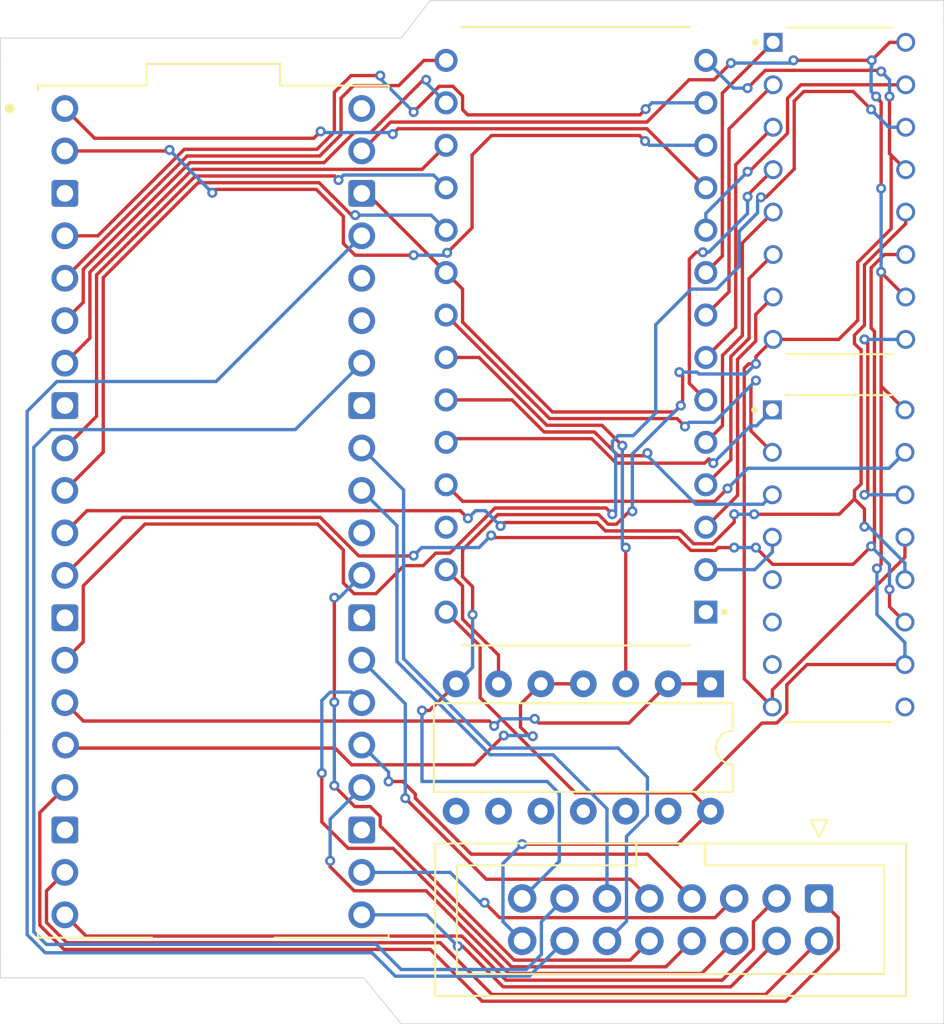
<source format=kicad_pcb>
(kicad_pcb (version 20240108) (generator "pcbnew") (generator_version "8.0")
  (layers (0 "F.Cu" signal) (31 "B.Cu" signal) (34 "B.Paste" user) (35 "F.Paste" user) (36 "B.SilkS" user "B.Silkscreen") (37 "F.SilkS" user "F.Silkscreen") (38 "B.Mask" user) (39 "F.Mask" user) (44 "Edge.Cuts" user))
  (net 0 "")
  (net 1 "Net-(A1-3V3_EN)")
  (net 2 "Net-(A1-GP5)")
  (net 4 "Net-(A1-GP3)")
  (net 5 "Net-(A1-GP4)")
  (net 8 "Net-(J1-Pin_15)")
  (net 9 "Net-(A1-GP0)")
  (net 10 "Net-(A1-GP7)")
  (net 11 "Net-(A1-GP18)")
  (net 12 "Net-(A1-GP15)")
  (net 14 "Net-(A1-GP13)")
  (net 17 "Net-(A1-GP21)")
  (net 18 "Net-(A1-GP19)")
  (net 20 "Net-(A1-GP28)")
  (net 21 "Net-(A1-GP14)")
  (net 22 "Net-(A1-GP6)")
  (net 23 "Net-(A1-GP9)")
  (net 24 "Net-(A1-GP20)")
  (net 26 "Net-(A1-GP10)")
  (net 27 "Net-(A1-GP8)")
  (net 28 "Net-(A1-GP22)")
  (net 31 "Net-(A1-GP1)")
  (net 32 "Net-(A1-GP26)")
  (net 33 "Net-(A1-GP17)")
  (net 34 "Net-(A1-GP2)")
  (net 35 "Net-(A1-GP16)")
  (net 36 "Net-(A1-GP27)")
  (net 38 "Net-(A1-GP12)")
  (net 39 "Net-(A1-GP11)")
  (net 40 "Net-(A1-VSYS)")
  (net 41 "Net-(U1-A2)")
  (net 42 "Net-(U1-A4)")
  (net 43 "Net-(U1-A3)")
  (net 44 "Net-(U1-A11)")
  (net 45 "Net-(U1-A6)")
  (net 46 "Net-(U1-A8)")
  (net 47 "Net-(U1-A12)")
  (net 48 "Net-(U1-A5)")
  (net 49 "Net-(U1-~{OE})")
  (net 50 "Net-(U1-A1)")
  (net 51 "Net-(U1-~{WE})")
  (net 52 "Net-(U1-A7)")
  (net 53 "Net-(U1-A0)")
  (net 54 "Net-(U1-A10)")
  (net 55 "Net-(U1-A9)")
  (net 56 "Net-(U3-QH')")
  (footprint "Package_DIP:DIP-14_W7.62mm" (layer "F.Cu") (at 153.282916 97.154934 -90)
    (property "Reference" "U2" (hide yes))
    (property "Value" "74HC00")
  )
  (footprint "Raspberry_Pi_Pico_W_SC0918:MODULE_SC0918" (layer "F.Cu") (at 123.5 86.85)
    (property "Reference" "A1" (hide yes))
    (property "Value" "SC0918")
  )
  (footprint "AT28C64B-15PU:DIP1555W45P254L3733H482Q28" (layer "F.Cu") (at 145.22125 76.35 180)
    (property "Reference" "U1" (hide yes))
    (property "Value" "AT28C64B-15PU")
  )
  (footprint "SN74HC595N:DIP794W45P254L1969H508Q16" (layer "F.Cu") (at 161 67.65)
    (property "Reference" "U3" (hide yes))
    (property "Value" "SN74HC595N")
  )
  (footprint "SN74HC595N:DIP794W45P254L1969H508Q16" (layer "F.Cu") (at 160.955 89.65)
    (property "Reference" "U4" (hide yes))
    (property "Value" "SN74HC595N")
  )
  (footprint "Connector_IDC:IDC-Header_2x08_P2.54mm_Vertical" (layer "F.Cu") (at 159.78 110 -90)
    (property "Reference" "J1" (hide yes))
    (property "Value" "Conn_02x08_Top_Bottom" (hide yes))
  )
  (gr_line (start 110.75 100) (end 110.75 59.75) (stroke (width 0.05)) (layer "Edge.Cuts"))
  (gr_line (start 167.25 97.5) (end 167.25 117.5) (stroke (width 0.05)) (layer "Edge.Cuts"))
  (gr_line (start 110.75 114.75) (end 110.75 113.5) (stroke (width 0.05)) (layer "Edge.Cuts"))
  (gr_line (start 112.5 114.75) (end 110.75 114.75) (stroke (width 0.05)) (layer "Edge.Cuts"))
  (gr_line (start 110.75 100) (end 110.75 113.5) (stroke (width 0.05)) (layer "Edge.Cuts"))
  (gr_line (start 134.5 58.5) (end 134.75 58.5) (stroke (width 0.05)) (layer "Edge.Cuts"))
  (gr_line (start 110.75 59.75) (end 110.75 58.5) (stroke (width 0.05)) (layer "Edge.Cuts"))
  (gr_line (start 112.5 58.5) (end 110.75 58.5) (stroke (width 0.05)) (layer "Edge.Cuts"))
  (gr_line (start 167.25 95) (end 167.25 57.5) (stroke (width 0.05)) (layer "Edge.Cuts"))
  (gr_line (start 112.5 114.75) (end 132.5 114.75) (stroke (width 0.05)) (layer "Edge.Cuts"))
  (gr_line (start 165 117.5) (end 167.25 117.5) (stroke (width 0.05)) (layer "Edge.Cuts"))
  (gr_line (start 167.25 97.5) (end 167.25 95) (stroke (width 0.05)) (layer "Edge.Cuts"))
  (gr_line (start 167.25 56.25) (end 167.25 57.5) (stroke (width 0.05)) (layer "Edge.Cuts"))
  (gr_line (start 134.75 58.5) (end 136.5 56.25) (stroke (width 0.05)) (layer "Edge.Cuts"))
  (gr_line (start 132.5 114.75) (end 134.75 117.5) (stroke (width 0.05)) (layer "Edge.Cuts"))
  (gr_line (start 112.5 58.5) (end 134.5 58.5) (stroke (width 0.05)) (layer "Edge.Cuts"))
  (gr_line (start 165 117.5) (end 136.25 117.5) (stroke (width 0.05)) (layer "Edge.Cuts"))
  (gr_line (start 136.5 56.25) (end 167.25 56.25) (stroke (width 0.05)) (layer "Edge.Cuts"))
  (gr_line (start 134.75 117.5) (end 136.25 117.5) (stroke (width 0.05)) (layer "Edge.Cuts"))
  (segment (start 134.4 114.65) (end 142.43 114.65) (width 0.2) (layer "B.Cu") (net 1))
  (segment (start 112.35 80.847352) (end 112.35 112.165685) (width 0.2) (layer "B.Cu") (net 1))
  (segment (start 133 113.25) (end 134.4 114.65) (width 0.2) (layer "B.Cu") (net 1))
  (segment (start 142.43 114.65) (end 144.54 112.54) (width 0.2) (layer "B.Cu") (net 1))
  (segment (start 123.67 79.06) (end 114.137352 79.06) (width 0.2) (layer "B.Cu") (net 1))
  (segment (start 112.35 112.165685) (end 113.434314 113.25) (width 0.2) (layer "B.Cu") (net 1))
  (segment (start 114.137352 79.06) (end 112.35 80.847352) (width 0.2) (layer "B.Cu") (net 1))
  (segment (start 113.434314 113.25) (end 133 113.25) (width 0.2) (layer "B.Cu") (net 1))
  (segment (start 123.67 79.06) (end 132.39 70.34) (width 0.2) (layer "B.Cu") (net 1))
  (segment (start 116.11 72.511372) (end 116.11 76.46) (width 0.2) (layer "F.Cu") (net 2))
  (segment (start 116.11 76.46) (end 114.61 77.96) (width 0.2) (layer "F.Cu") (net 2))
  (segment (start 122.261372 66.36) (end 116.11 72.511372) (width 0.2) (layer "F.Cu") (net 2))
  (segment (start 136.0025 66.36) (end 122.261372 66.36) (width 0.2) (layer "F.Cu") (net 2))
  (segment (start 137.4425 64.92) (end 136.0025 66.36) (width 0.2) (layer "F.Cu") (net 2))
  (segment (start 121.930001 65.56) (end 114.61 72.88) (width 0.2) (layer "F.Cu") (net 4))
  (segment (start 131.15 62.1) (end 131.15 64.284312) (width 0.2) (layer "F.Cu") (net 4))
  (segment (start 129.874314 65.56) (end 121.930001 65.56) (width 0.2) (layer "F.Cu") (net 4))
  (segment (start 136.114208 59.84) (end 134.604208 61.35) (width 0.2) (layer "F.Cu") (net 4))
  (segment (start 134.604208 61.35) (end 131.9 61.35) (width 0.2) (layer "F.Cu") (net 4))
  (segment (start 131.9 61.35) (end 131.15 62.1) (width 0.2) (layer "F.Cu") (net 4))
  (segment (start 137.4425 59.84) (end 136.114208 59.84) (width 0.2) (layer "F.Cu") (net 4))
  (segment (start 131.15 64.284312) (end 129.874314 65.56) (width 0.2) (layer "F.Cu") (net 4))
  (segment (start 136.25 61) (end 136.084314 61) (width 0.2) (layer "F.Cu") (net 5))
  (segment (start 136.084314 61) (end 132.924314 64.16) (width 0.2) (layer "F.Cu") (net 5))
  (segment (start 115.71 72.345686) (end 115.71 74.32) (width 0.2) (layer "F.Cu") (net 5))
  (segment (start 122.095687 65.96) (end 115.71 72.345686) (width 0.2) (layer "F.Cu") (net 5))
  (segment (start 131.934365 64.16) (end 130.134365 65.96) (width 0.2) (layer "F.Cu") (net 5))
  (segment (start 130.134365 65.96) (end 122.095687 65.96) (width 0.2) (layer "F.Cu") (net 5))
  (segment (start 132.924314 64.16) (end 131.934365 64.16) (width 0.2) (layer "F.Cu") (net 5))
  (segment (start 115.71 74.32) (end 114.61 75.42) (width 0.2) (layer "F.Cu") (net 5))
  (via (at 136.25 61) (size 0.6) (drill 0.3) (layers "F.Cu" "B.Cu") (net 5))
  (segment (start 136.25 61.1875) (end 137.4425 62.38) (width 0.2) (layer "B.Cu") (net 5))
  (segment (start 136.25 61) (end 136.25 61.1875) (width 0.2) (layer "B.Cu") (net 5))
  (segment (start 148.419529 86.829) (end 148.6 86.829) (width 0.2) (layer "F.Cu") (net 8))
  (segment (start 155.57 78) (end 155.3 78.27) (width 0.2) (layer "F.Cu") (net 8))
  (segment (start 138.424672 90.736486) (end 138.4315 90.729658) (width 0.2) (layer "F.Cu") (net 8))
  (segment (start 155.3 96.855) (end 156.985 98.54) (width 0.2) (layer "F.Cu") (net 8))
  (segment (start 146.580471 87.029) (end 147.151471 87.6) (width 0.2) (layer "F.Cu") (net 8))
  (segment (start 151.611 78.7) (end 151.611 80.389) (width 0.2) (layer "F.Cu") (net 8))
  (segment (start 147.151471 87.6) (end 147.648529 87.6) (width 0.2) (layer "F.Cu") (net 8))
  (segment (start 151.120529 80.879471) (end 143.807657 80.879471) (width 0.2) (layer "F.Cu") (net 8))
  (segment (start 156.565 60.435) (end 155.5 61.5) (width 0.2) (layer "F.Cu") (net 8))
  (segment (start 138.4315 73.529) (end 137.4425 72.54) (width 0.2) (layer "F.Cu") (net 8))
  (segment (start 136.44785 98.75) (end 138.042916 97.154934) (width 0.2) (layer "F.Cu") (net 8))
  (segment (start 138.4315 75.489658) (end 138.4315 73.529) (width 0.2) (layer "F.Cu") (net 8))
  (segment (start 132.7025 67.8) (end 137.4425 72.54) (width 0.2) (layer "F.Cu") (net 8))
  (segment (start 164 65.41) (end 164.1 65.51) (width 0.2) (layer "F.Cu") (net 8))
  (segment (start 164.925 89.575) (end 164.925 88.38) (width 0.2) (layer "F.Cu") (net 8))
  (segment (start 139.0315 93.016048) (end 139.0315 91.343314) (width 0.2) (layer "F.Cu") (net 8))
  (segment (start 138.424672 75.496486) (end 138.4315 75.489658) (width 0.2) (layer "F.Cu") (net 8))
  (segment (start 140.536686 87.029) (end 146.580471 87.029) (width 0.2) (layer "F.Cu") (net 8))
  (segment (start 139.0315 91.343314) (end 138.424672 90.736486) (width 0.2) (layer "F.Cu") (net 8))
  (segment (start 156 78) (end 155.57 78) (width 0.2) (layer "F.Cu") (net 8))
  (segment (start 151.611 80.389) (end 151.5 80.5) (width 0.2) (layer "F.Cu") (net 8))
  (segment (start 164.1 69.920099) (end 162.1 71.920099) (width 0.2) (layer "F.Cu") (net 8))
  (segment (start 132.39 67.8) (end 132.7025 67.8) (width 0.2) (layer "F.Cu") (net 8))
  (segment (start 155.3 78.27) (end 155.3 96.855) (width 0.2) (layer "F.Cu") (net 8))
  (segment (start 151.411 78.5) (end 151.611 78.7) (width 0.2) (layer "F.Cu") (net 8))
  (segment (start 147.648529 87.6) (end 148.419529 86.829) (width 0.2) (layer "F.Cu") (net 8))
  (segment (start 143.807657 80.879471) (end 138.424672 75.496486) (width 0.2) (layer "F.Cu") (net 8))
  (segment (start 162.1 71.920099) (end 162.1 75.4) (width 0.2) (layer "F.Cu") (net 8))
  (segment (start 138.4315 89.134186) (end 140.536686 87.029) (width 0.2) (layer "F.Cu") (net 8))
  (segment (start 164 65.41) (end 164 62) (width 0.2) (layer "F.Cu") (net 8))
  (segment (start 162.1 75.4) (end 160.96 76.54) (width 0.2) (layer "F.Cu") (net 8))
  (segment (start 156.985 97.515) (end 164.925 89.575) (width 0.2) (layer "F.Cu") (net 8))
  (segment (start 156 77.57) (end 156 78) (width 0.2) (layer "F.Cu") (net 8))
  (segment (start 163.5 60.5) (end 163.435 60.435) (width 0.2) (layer "F.Cu") (net 8))
  (segment (start 136 98.75) (end 136.44785 98.75) (width 0.2) (layer "F.Cu") (net 8))
  (segment (start 138.4315 90.729658) (end 138.4315 89.134186) (width 0.2) (layer "F.Cu") (net 8))
  (segment (start 164.97 66.38) (end 164 65.41) (width 0.2) (layer "F.Cu") (net 8))
  (segment (start 151.5 80.5) (end 151.120529 80.879471) (width 0.2) (layer "F.Cu") (net 8))
  (segment (start 156.985 98.54) (end 156.985 97.515) (width 0.2) (layer "F.Cu") (net 8))
  (segment (start 164.1 65.51) (end 164.1 69.920099) (width 0.2) (layer "F.Cu") (net 8))
  (segment (start 157.03 76.54) (end 156 77.57) (width 0.2) (layer "F.Cu") (net 8))
  (segment (start 157.46 76.54) (end 157.03 76.54) (width 0.2) (layer "F.Cu") (net 8))
  (segment (start 163.435 60.435) (end 156.565 60.435) (width 0.2) (layer "F.Cu") (net 8))
  (segment (start 160.96 76.54) (end 157.03 76.54) (width 0.2) (layer "F.Cu") (net 8))
  (via (at 164 62) (size 0.6) (drill 0.3) (layers "F.Cu" "B.Cu") (net 8))
  (via (at 148.6 86.829) (size 0.6) (drill 0.3) (layers "F.Cu" "B.Cu") (net 8))
  (via (at 156 78) (size 0.6) (drill 0.3) (layers "F.Cu" "B.Cu") (net 8))
  (via (at 155.5 61.5) (size 0.6) (drill 0.3) (layers "F.Cu" "B.Cu") (net 8))
  (via (at 139.0315 93.016048) (size 0.6) (drill 0.3) (layers "F.Cu" "B.Cu") (net 8))
  (via (at 151.411 78.5) (size 0.6) (drill 0.3) (layers "F.Cu" "B.Cu") (net 8))
  (via (at 151.5 80.5) (size 0.6) (drill 0.3) (layers "F.Cu" "B.Cu") (net 8))
  (via (at 163.5 60.5) (size 0.6) (drill 0.3) (layers "F.Cu" "B.Cu") (net 8))
  (via (at 136 98.75) (size 0.6) (drill 0.3) (layers "F.Cu" "B.Cu") (net 8))
  (segment (start 154.66 61.5) (end 155.5 61.5) (width 0.2) (layer "B.Cu") (net 8))
  (segment (start 136 98.75) (end 136 103) (width 0.2) (layer "B.Cu") (net 8))
  (segment (start 148.6 83.397206) (end 151.497206 80.5) (width 0.2) (layer "B.Cu") (net 8))
  (segment (start 139.0315 93.016048) (end 139.0315 96.16635) (width 0.2) (layer "B.Cu") (net 8))
  (segment (start 139.0315 96.16635) (end 138.042916 97.154934) (width 0.2) (layer "B.Cu") (net 8))
  (segment (start 152.481342 78.5) (end 152.590342 78.609) (width 0.2) (layer "B.Cu") (net 8))
  (segment (start 144.222916 103.722916) (end 144.222916 107.777084) (width 0.2) (layer "B.Cu") (net 8))
  (segment (start 136 103) (end 143.5 103) (width 0.2) (layer "B.Cu") (net 8))
  (segment (start 151.497206 80.5) (end 151.5 80.5) (width 0.2) (layer "B.Cu") (net 8))
  (segment (start 152.590342 78.609) (end 155.391 78.609) (width 0.2) (layer "B.Cu") (net 8))
  (segment (start 164 62) (end 164 61) (width 0.2) (layer "B.Cu") (net 8))
  (segment (start 155.391 78.609) (end 156 78) (width 0.2) (layer "B.Cu") (net 8))
  (segment (start 143.5 103) (end 144.222916 103.722916) (width 0.2) (layer "B.Cu") (net 8))
  (segment (start 148.6 86.829) (end 148.6 83.397206) (width 0.2) (layer "B.Cu") (net 8))
  (segment (start 164 61) (end 163.5 60.5) (width 0.2) (layer "B.Cu") (net 8))
  (segment (start 144.222916 107.777084) (end 142 110) (width 0.2) (layer "B.Cu") (net 8))
  (segment (start 153 59.84) (end 154.66 61.5) (width 0.2) (layer "B.Cu") (net 8))
  (segment (start 151.411 78.5) (end 152.481342 78.5) (width 0.2) (layer "B.Cu") (net 8))
  (segment (start 149.471 63.931) (end 153 67.46) (width 0.2) (layer "F.Cu") (net 9))
  (segment (start 134.249265 64.249265) (end 134.56753 63.931) (width 0.2) (layer "F.Cu") (net 9))
  (segment (start 134.56753 63.931) (end 149.471 63.931) (width 0.2) (layer "F.Cu") (net 9))
  (segment (start 116.39 64.5) (end 114.61 62.72) (width 0.2) (layer "F.Cu") (net 9))
  (segment (start 129.520098 64.5) (end 116.39 64.5) (width 0.2) (layer "F.Cu") (net 9))
  (segment (start 129.930049 64.090049) (end 129.520098 64.5) (width 0.2) (layer "F.Cu") (net 9))
  (via (at 129.930049 64.090049) (size 0.6) (drill 0.3) (layers "F.Cu" "B.Cu") (net 9))
  (via (at 134.249265 64.249265) (size 0.6) (drill 0.3) (layers "F.Cu" "B.Cu") (net 9))
  (segment (start 130 64.16) (end 134.16 64.16) (width 0.2) (layer "B.Cu") (net 9))
  (segment (start 134.16 64.16) (end 134.249265 64.249265) (width 0.2) (layer "B.Cu") (net 9))
  (segment (start 129.930049 64.090049) (end 130 64.16) (width 0.2) (layer "B.Cu") (net 9))
  (segment (start 116.91 83.28) (end 114.61 85.58) (width 0.2) (layer "F.Cu") (net 10))
  (segment (start 132 69.1) (end 131.777352 69.1) (width 0.2) (layer "F.Cu") (net 10))
  (segment (start 131.777352 69.1) (end 129.837352 67.16) (width 0.2) (layer "F.Cu") (net 10))
  (segment (start 129.837352 67.16) (end 122.592744 67.16) (width 0.2) (layer "F.Cu") (net 10))
  (segment (start 116.91 72.842744) (end 116.91 83.28) (width 0.2) (layer "F.Cu") (net 10))
  (segment (start 122.592744 67.16) (end 116.91 72.842744) (width 0.2) (layer "F.Cu") (net 10))
  (via (at 132 69.1) (size 0.6) (drill 0.3) (layers "F.Cu" "B.Cu") (net 10))
  (segment (start 136.5425 69.1) (end 137.4425 70) (width 0.2) (layer "B.Cu") (net 10))
  (segment (start 132 69.1) (end 136.5425 69.1) (width 0.2) (layer "B.Cu") (net 10))
  (segment (start 141.192282 114.49) (end 136.242282 109.54) (width 0.2) (layer "F.Cu") (net 11))
  (segment (start 136.242282 109.54) (end 131.934365 109.54) (width 0.2) (layer "F.Cu") (net 11))
  (segment (start 131.934365 109.54) (end 130.5 108.105635) (width 0.2) (layer "F.Cu") (net 11))
  (segment (start 130.5 108.105635) (end 130.5 107.75) (width 0.2) (layer "F.Cu") (net 11))
  (segment (start 152.75 114.49) (end 141.192282 114.49) (width 0.2) (layer "F.Cu") (net 11))
  (segment (start 154.7 112.54) (end 152.75 114.49) (width 0.2) (layer "F.Cu") (net 11))
  (via (at 130.5 107.75) (size 0.6) (drill 0.3) (layers "F.Cu" "B.Cu") (net 11))
  (segment (start 130.5 105.25) (end 132.39 103.36) (width 0.2) (layer "B.Cu") (net 11))
  (segment (start 130.5 107.75) (end 130.5 105.25) (width 0.2) (layer "B.Cu") (net 11))
  (segment (start 155.85 113.016346) (end 153.976346 114.89) (width 0.2) (layer "F.Cu") (net 12))
  (segment (start 155.85 111.39) (end 155.85 113.016346) (width 0.2) (layer "F.Cu") (net 12))
  (segment (start 115.88 112.25) (end 114.61 110.98) (width 0.2) (layer "F.Cu") (net 12))
  (segment (start 153.976346 114.89) (end 141.026596 114.89) (width 0.2) (layer "F.Cu") (net 12))
  (segment (start 157.24 110) (end 155.85 111.39) (width 0.2) (layer "F.Cu") (net 12))
  (segment (start 141.026596 114.89) (end 138.386596 112.25) (width 0.2) (layer "F.Cu") (net 12))
  (segment (start 138.386596 112.25) (end 115.88 112.25) (width 0.2) (layer "F.Cu") (net 12))
  (segment (start 157.796346 116.15) (end 139.6 116.15) (width 0.2) (layer "F.Cu") (net 14))
  (segment (start 114.558679 113.05) (end 113.11 111.60132) (width 0.2) (layer "F.Cu") (net 14))
  (segment (start 160.93 111.15) (end 160.93 113.016346) (width 0.2) (layer "F.Cu") (net 14))
  (segment (start 136.5 113.05) (end 114.558679 113.05) (width 0.2) (layer "F.Cu") (net 14))
  (segment (start 113.11 104.86) (end 114.61 103.36) (width 0.2) (layer "F.Cu") (net 14))
  (segment (start 159.78 110) (end 160.93 111.15) (width 0.2) (layer "F.Cu") (net 14))
  (segment (start 113.11 111.60132) (end 113.11 104.86) (width 0.2) (layer "F.Cu") (net 14))
  (segment (start 139.6 116.15) (end 136.5 113.05) (width 0.2) (layer "F.Cu") (net 14))
  (segment (start 160.93 113.016346) (end 157.796346 116.15) (width 0.2) (layer "F.Cu") (net 14))
  (segment (start 148.47 108.85) (end 139.85 108.85) (width 0.2) (layer "F.Cu") (net 17))
  (segment (start 149.62 110) (end 148.47 108.85) (width 0.2) (layer "F.Cu") (net 17))
  (segment (start 139.85 108.85) (end 135 104) (width 0.2) (layer "F.Cu") (net 17))
  (via (at 135 104) (size 0.6) (drill 0.3) (layers "F.Cu" "B.Cu") (net 17))
  (segment (start 135 104) (end 135 98.35) (width 0.2) (layer "B.Cu") (net 17))
  (segment (start 135 98.35) (end 132.39 95.74) (width 0.2) (layer "B.Cu") (net 17))
  (segment (start 135.6 104) (end 135.6 103.751471) (width 0.2) (layer "F.Cu") (net 18))
  (segment (start 152.16 110) (end 149.51 107.35) (width 0.2) (layer "F.Cu") (net 18))
  (segment (start 134.848529 103) (end 134 103) (width 0.2) (layer "F.Cu") (net 18))
  (segment (start 149.51 107.35) (end 138.95 107.35) (width 0.2) (layer "F.Cu") (net 18))
  (segment (start 138.95 107.35) (end 135.6 104) (width 0.2) (layer "F.Cu") (net 18))
  (segment (start 135.6 103.751471) (end 134.848529 103) (width 0.2) (layer "F.Cu") (net 18))
  (via (at 134 103) (size 0.6) (drill 0.3) (layers "F.Cu" "B.Cu") (net 18))
  (segment (start 134 103) (end 134 102.43) (width 0.2) (layer "B.Cu") (net 18))
  (segment (start 134 102.43) (end 132.39 100.82) (width 0.2) (layer "B.Cu") (net 18))
  (segment (start 144.54 110) (end 143.15 111.39) (width 0.2) (layer "B.Cu") (net 20))
  (segment (start 133.25 112.75) (end 113.5 112.75) (width 0.2) (layer "B.Cu") (net 20))
  (segment (start 113.81 81.94) (end 128.41 81.94) (width 0.2) (layer "B.Cu") (net 20))
  (segment (start 143.15 113.35) (end 142.25 114.25) (width 0.2) (layer "B.Cu") (net 20))
  (segment (start 113.5 112.75) (end 112.75 112) (width 0.2) (layer "B.Cu") (net 20))
  (segment (start 128.41 81.94) (end 132.39 77.96) (width 0.2) (layer "B.Cu") (net 20))
  (segment (start 112.75 112) (end 112.75 83) (width 0.2) (layer "B.Cu") (net 20))
  (segment (start 112.75 83) (end 113.81 81.94) (width 0.2) (layer "B.Cu") (net 20))
  (segment (start 134.75 114.25) (end 133.25 112.75) (width 0.2) (layer "B.Cu") (net 20))
  (segment (start 143.15 111.39) (end 143.15 113.35) (width 0.2) (layer "B.Cu") (net 20))
  (segment (start 142.25 114.25) (end 134.75 114.25) (width 0.2) (layer "B.Cu") (net 20))
  (segment (start 156.57 115.75) (end 140.189537 115.75) (width 0.2) (layer "F.Cu") (net 21))
  (segment (start 137.089537 112.65) (end 114.724365 112.65) (width 0.2) (layer "F.Cu") (net 21))
  (segment (start 113.51 109.54) (end 114.61 108.44) (width 0.2) (layer "F.Cu") (net 21))
  (segment (start 114.724365 112.65) (end 113.51 111.435635) (width 0.2) (layer "F.Cu") (net 21))
  (segment (start 140.189537 115.75) (end 137.089537 112.65) (width 0.2) (layer "F.Cu") (net 21))
  (segment (start 113.51 111.435635) (end 113.51 109.54) (width 0.2) (layer "F.Cu") (net 21))
  (segment (start 159.78 112.54) (end 156.57 115.75) (width 0.2) (layer "F.Cu") (net 21))
  (segment (start 116.51 72.677058) (end 116.51 81.14) (width 0.2) (layer "F.Cu") (net 22))
  (segment (start 130.76 66.76) (end 122.427058 66.76) (width 0.2) (layer "F.Cu") (net 22))
  (segment (start 131 67) (end 130.76 66.76) (width 0.2) (layer "F.Cu") (net 22))
  (segment (start 116.51 81.14) (end 114.61 83.04) (width 0.2) (layer "F.Cu") (net 22))
  (segment (start 122.427058 66.76) (end 116.51 72.677058) (width 0.2) (layer "F.Cu") (net 22))
  (via (at 131 67) (size 0.6) (drill 0.3) (layers "F.Cu" "B.Cu") (net 22))
  (segment (start 136.6825 66.7) (end 137.4425 67.46) (width 0.2) (layer "B.Cu") (net 22))
  (segment (start 131 67) (end 131.3 66.7) (width 0.2) (layer "B.Cu") (net 22))
  (segment (start 131.3 66.7) (end 136.6825 66.7) (width 0.2) (layer "B.Cu") (net 22))
  (segment (start 152.103315 89.169) (end 153.575343 89.169) (width 0.2) (layer "F.Cu") (net 23))
  (segment (start 163.1 88.724265) (end 163.1 76.057156) (width 0.2) (layer "F.Cu") (net 23))
  (segment (start 153.744344 89) (end 154.7 89) (width 0.2) (layer "F.Cu") (net 23))
  (segment (start 151.334314 88.4) (end 152.103315 89.169) (width 0.2) (layer "F.Cu") (net 23))
  (segment (start 129.905365 87.191) (end 118.079 87.191) (width 0.2) (layer "F.Cu") (net 23))
  (segment (start 153.575343 89.169) (end 153.744344 89) (width 0.2) (layer "F.Cu") (net 23))
  (segment (start 156 89) (end 157 90) (width 0.2) (layer "F.Cu") (net 23))
  (segment (start 135.480873 89.5) (end 132.214365 89.5) (width 0.2) (layer "F.Cu") (net 23))
  (segment (start 164 91.5) (end 164 92.535) (width 0.2) (layer "F.Cu") (net 23))
  (segment (start 135.5 89.480873) (end 135.480873 89.5) (width 0.2) (layer "F.Cu") (net 23))
  (segment (start 163.1 76.057156) (end 162.9 75.857156) (width 0.2) (layer "F.Cu") (net 23))
  (segment (start 163.691471 71.46) (end 164.97 71.46) (width 0.2) (layer "F.Cu") (net 23))
  (segment (start 164 92.535) (end 164.925 93.46) (width 0.2) (layer "F.Cu") (net 23))
  (segment (start 140.268626 88.4) (end 151.334314 88.4) (width 0.2) (layer "F.Cu") (net 23))
  (segment (start 118.079 87.191) (end 114.61 90.66) (width 0.2) (layer "F.Cu") (net 23))
  (segment (start 162.9 75.857156) (end 162.9 72.251471) (width 0.2) (layer "F.Cu") (net 23))
  (segment (start 162.9 72.251471) (end 163.691471 71.46) (width 0.2) (layer "F.Cu") (net 23))
  (segment (start 161.824265 90) (end 162.9 88.924265) (width 0.2) (layer "F.Cu") (net 23))
  (segment (start 132.214365 89.5) (end 129.905365 87.191) (width 0.2) (layer "F.Cu") (net 23))
  (segment (start 157 90) (end 161.824265 90) (width 0.2) (layer "F.Cu") (net 23))
  (segment (start 140.141421 88.272795) (end 140.268626 88.4) (width 0.2) (layer "F.Cu") (net 23))
  (segment (start 162.9 88.924265) (end 163.1 88.724265) (width 0.2) (layer "F.Cu") (net 23))
  (via (at 162.9 88.924265) (size 0.6) (drill 0.3) (layers "F.Cu" "B.Cu") (net 23))
  (via (at 135.5 89.480873) (size 0.6) (drill 0.3) (layers "F.Cu" "B.Cu") (net 23))
  (via (at 154.7 89) (size 0.6) (drill 0.3) (layers "F.Cu" "B.Cu") (net 23))
  (via (at 156 89) (size 0.6) (drill 0.3) (layers "F.Cu" "B.Cu") (net 23))
  (via (at 140.141421 88.272795) (size 0.6) (drill 0.3) (layers "F.Cu" "B.Cu") (net 23))
  (via (at 164 91.5) (size 0.6) (drill 0.3) (layers "F.Cu" "B.Cu") (net 23))
  (segment (start 135.5 89.480873) (end 135.980873 89) (width 0.2) (layer "B.Cu") (net 23))
  (segment (start 164 90.024265) (end 162.9 88.924265) (width 0.2) (layer "B.Cu") (net 23))
  (segment (start 135.980873 89) (end 139.414216 89) (width 0.2) (layer "B.Cu") (net 23))
  (segment (start 156 89) (end 154.7 89) (width 0.2) (layer "B.Cu") (net 23))
  (segment (start 164 91.5) (end 164 90.024265) (width 0.2) (layer "B.Cu") (net 23))
  (segment (start 139.414216 89) (end 140.141421 88.272795) (width 0.2) (layer "B.Cu") (net 23))
  (segment (start 150.61 114.09) (end 141.357968 114.09) (width 0.2) (layer "F.Cu") (net 24))
  (segment (start 130 105.422648) (end 130 102.5) (width 0.2) (layer "F.Cu") (net 24))
  (segment (start 152.16 112.54) (end 150.61 114.09) (width 0.2) (layer "F.Cu") (net 24))
  (segment (start 141.357968 114.09) (end 134.267968 107) (width 0.2) (layer "F.Cu") (net 24))
  (segment (start 134.267968 107) (end 131.577352 107) (width 0.2) (layer "F.Cu") (net 24))
  (segment (start 131.577352 107) (end 130 105.422648) (width 0.2) (layer "F.Cu") (net 24))
  (via (at 130 102.5) (size 0.6) (drill 0.3) (layers "F.Cu" "B.Cu") (net 24))
  (segment (start 130 102.5) (end 130 98.151471) (width 0.2) (layer "B.Cu") (net 24))
  (segment (start 131.76 97.65) (end 132.39 98.28) (width 0.2) (layer "B.Cu") (net 24))
  (segment (start 130 98.151471) (end 130.501471 97.65) (width 0.2) (layer "B.Cu") (net 24))
  (segment (start 130.501471 97.65) (end 131.76 97.65) (width 0.2) (layer "B.Cu") (net 24))
  (segment (start 161.825565 61.7) (end 158.865686 61.7) (width 0.2) (layer "F.Cu") (net 26))
  (segment (start 147.029 86.629) (end 140.371 86.629) (width 0.2) (layer "F.Cu") (net 26))
  (segment (start 134.919127 90.080873) (end 133.24 91.76) (width 0.2) (layer "F.Cu") (net 26))
  (segment (start 131.29 91.115635) (end 131.29 89.141321) (width 0.2) (layer "F.Cu") (net 26))
  (segment (start 133.24 91.76) (end 131.934365 91.76) (width 0.2) (layer "F.Cu") (net 26))
  (segment (start 156.601219 68.032076) (end 156.29936 68.032076) (width 0.2) (layer "F.Cu") (net 26))
  (segment (start 158.295 62.270686) (end 158.295 66.338295) (width 0.2) (layer "F.Cu") (net 26))
  (segment (start 140.371 86.629) (end 137.669 89.331) (width 0.2) (layer "F.Cu") (net 26))
  (segment (start 137.669 89.331) (end 136.824138 89.331) (width 0.2) (layer "F.Cu") (net 26))
  (segment (start 136.824138 89.331) (end 136.074265 90.080873) (width 0.2) (layer "F.Cu") (net 26))
  (segment (start 115.71 94.64) (end 114.61 95.74) (width 0.2) (layer "F.Cu") (net 26))
  (segment (start 136.074265 90.080873) (end 134.919127 90.080873) (width 0.2) (layer "F.Cu") (net 26))
  (segment (start 129.739679 87.591) (end 119.409 87.591) (width 0.2) (layer "F.Cu") (net 26))
  (segment (start 162.9 62.774435) (end 161.825565 61.7) (width 0.2) (layer "F.Cu") (net 26))
  (segment (start 115.71 91.29) (end 115.71 94.64) (width 0.2) (layer "F.Cu") (net 26))
  (segment (start 119.409 87.591) (end 115.71 91.29) (width 0.2) (layer "F.Cu") (net 26))
  (segment (start 158.295 66.338295) (end 156.601219 68.032076) (width 0.2) (layer "F.Cu") (net 26))
  (segment (start 147.4 87) (end 147.029 86.629) (width 0.2) (layer "F.Cu") (net 26))
  (segment (start 158.865686 61.7) (end 158.295 62.270686) (width 0.2) (layer "F.Cu") (net 26))
  (segment (start 131.29 89.141321) (end 129.739679 87.591) (width 0.2) (layer "F.Cu") (net 26))
  (segment (start 131.934365 91.76) (end 131.29 91.115635) (width 0.2) (layer "F.Cu") (net 26))
  (via (at 156.29936 68.032076) (size 0.6) (drill 0.3) (layers "F.Cu" "B.Cu") (net 26))
  (via (at 147.4 87) (size 0.6) (drill 0.3) (layers "F.Cu" "B.Cu") (net 26))
  (via (at 162.9 62.774435) (size 0.6) (drill 0.3) (layers "F.Cu" "B.Cu") (net 26))
  (segment (start 153.644295 73.529) (end 155 72.173295) (width 0.2) (layer "B.Cu") (net 26))
  (segment (start 156.1 68.965686) (end 156.1 68.231436) (width 0.2) (layer "B.Cu") (net 26))
  (segment (start 148.648529 82.3) (end 150 80.948529) (width 0.2) (layer "B.Cu") (net 26))
  (segment (start 147.6 83.348529) (end 147.4 83.148529) (width 0.2) (layer "B.Cu") (net 26))
  (segment (start 163.965565 63.84) (end 164.97 63.84) (width 0.2) (layer "B.Cu") (net 26))
  (segment (start 147.4 82.651471) (end 147.751471 82.3) (width 0.2) (layer "B.Cu") (net 26))
  (segment (start 147.4 83.148529) (end 147.4 82.651471) (width 0.2) (layer "B.Cu") (net 26))
  (segment (start 155 72.173295) (end 155 70.065686) (width 0.2) (layer "B.Cu") (net 26))
  (segment (start 155 70.065686) (end 156.1 68.965686) (width 0.2) (layer "B.Cu") (net 26))
  (segment (start 147.4 87) (end 147.6 86.8) (width 0.2) (layer "B.Cu") (net 26))
  (segment (start 150 75.651471) (end 152.122471 73.529) (width 0.2) (layer "B.Cu") (net 26))
  (segment (start 150 80.948529) (end 150 75.651471) (width 0.2) (layer "B.Cu") (net 26))
  (segment (start 147.751471 82.3) (end 148.648529 82.3) (width 0.2) (layer "B.Cu") (net 26))
  (segment (start 147.6 86.8) (end 147.6 83.348529) (width 0.2) (layer "B.Cu") (net 26))
  (segment (start 162.9 62.774435) (end 163.965565 63.84) (width 0.2) (layer "B.Cu") (net 26))
  (segment (start 152.122471 73.529) (end 153.644295 73.529) (width 0.2) (layer "B.Cu") (net 26))
  (segment (start 156.1 68.231436) (end 156.29936 68.032076) (width 0.2) (layer "B.Cu") (net 26))
  (segment (start 140.707108 87.707108) (end 140.914216 87.5) (width 0.2) (layer "F.Cu") (net 27))
  (segment (start 160.983529 87.005) (end 161.9 86.088529) (width 0.2) (layer "F.Cu") (net 27))
  (segment (start 140.914216 87.5) (end 146.485785 87.5) (width 0.2) (layer "F.Cu") (net 27))
  (segment (start 162.5 87.75) (end 162.5 86.688529) (width 0.2) (layer "F.Cu") (net 27))
  (segment (start 162.5 86.688529) (end 161.9 86.088529) (width 0.2) (layer "F.Cu") (net 27))
  (segment (start 162.251471 77.14) (end 161.9 76.788529) (width 0.2) (layer "F.Cu") (net 27))
  (segment (start 161.9 76.291471) (end 162.5 75.691471) (width 0.2) (layer "F.Cu") (net 27))
  (segment (start 162.3 85.191471) (end 162.3 77.14) (width 0.2) (layer "F.Cu") (net 27))
  (segment (start 162.5 72.085785) (end 164.97 69.615785) (width 0.2) (layer "F.Cu") (net 27))
  (segment (start 115.939 86.791) (end 114.61 88.12) (width 0.2) (layer "F.Cu") (net 27))
  (segment (start 151.5 88) (end 152.269 88.769) (width 0.2) (layer "F.Cu") (net 27))
  (segment (start 162.3 77.14) (end 162.251471 77.14) (width 0.2) (layer "F.Cu") (net 27))
  (segment (start 155.9 87.005) (end 160.983529 87.005) (width 0.2) (layer "F.Cu") (net 27))
  (segment (start 152.269 88.769) (end 153.409658 88.769) (width 0.2) (layer "F.Cu") (net 27))
  (segment (start 161.9 86.088529) (end 161.9 85.591471) (width 0.2) (layer "F.Cu") (net 27))
  (segment (start 146.985786 88) (end 151.5 88) (width 0.2) (layer "F.Cu") (net 27))
  (segment (start 161.9 85.591471) (end 162.3 85.191471) (width 0.2) (layer "F.Cu") (net 27))
  (segment (start 138.75 87.25) (end 138.291 86.791) (width 0.2) (layer "F.Cu") (net 27))
  (segment (start 138.291 86.791) (end 115.939 86.791) (width 0.2) (layer "F.Cu") (net 27))
  (segment (start 153.409658 88.769) (end 154.7 87.478658) (width 0.2) (layer "F.Cu") (net 27))
  (segment (start 162.5 75.691471) (end 162.5 72.085785) (width 0.2) (layer "F.Cu") (net 27))
  (segment (start 146.485785 87.5) (end 146.985786 88) (width 0.2) (layer "F.Cu") (net 27))
  (segment (start 164.97 69.615785) (end 164.97 68.92) (width 0.2) (layer "F.Cu") (net 27))
  (segment (start 154.7 87.478658) (end 154.7 87.005) (width 0.2) (layer "F.Cu") (net 27))
  (segment (start 161.9 76.788529) (end 161.9 76.291471) (width 0.2) (layer "F.Cu") (net 27))
  (via (at 140.707108 87.707108) (size 0.6) (drill 0.3) (layers "F.Cu" "B.Cu") (net 27))
  (via (at 154.7 87.005) (size 0.6) (drill 0.3) (layers "F.Cu" "B.Cu") (net 27))
  (via (at 162.5 87.75) (size 0.6) (drill 0.3) (layers "F.Cu" "B.Cu") (net 27))
  (via (at 138.75 87.25) (size 0.6) (drill 0.3) (layers "F.Cu" "B.Cu") (net 27))
  (via (at 155.9 87.005) (size 0.6) (drill 0.3) (layers "F.Cu" "B.Cu") (net 27))
  (segment (start 139.791 86.791) (end 140.707108 87.707108) (width 0.2) (layer "B.Cu") (net 27))
  (segment (start 139.209 86.791) (end 139.791 86.791) (width 0.2) (layer "B.Cu") (net 27))
  (segment (start 138.75 87.25) (end 139.209 86.791) (width 0.2) (layer "B.Cu") (net 27))
  (segment (start 162.5 87.75) (end 162.75 87.75) (width 0.2) (layer "B.Cu") (net 27))
  (segment (start 162.75 87.75) (end 164.925 89.925) (width 0.2) (layer "B.Cu") (net 27))
  (segment (start 164.925 89.925) (end 164.925 90.92) (width 0.2) (layer "B.Cu") (net 27))
  (segment (start 155.9 87.005) (end 154.7 87.005) (width 0.2) (layer "B.Cu") (net 27))
  (segment (start 130.75 98.25) (end 130.75 92.749999) (width 0.2) (layer "F.Cu") (net 28))
  (segment (start 133.5 105.097352) (end 132.902648 104.5) (width 0.2) (layer "F.Cu") (net 28))
  (segment (start 149.62 112.54) (end 148.47 113.69) (width 0.2) (layer "F.Cu") (net 28))
  (segment (start 133.5 105.666346) (end 133.5 105.097352) (width 0.2) (layer "F.Cu") (net 28))
  (segment (start 148.47 113.69) (end 141.523654 113.69) (width 0.2) (layer "F.Cu") (net 28))
  (segment (start 131.974365 104.5) (end 130.75 103.275635) (width 0.2) (layer "F.Cu") (net 28))
  (segment (start 141.523654 113.69) (end 133.5 105.666346) (width 0.2) (layer "F.Cu") (net 28))
  (segment (start 130.75 92.749999) (end 130.75 92) (width 0.2) (layer "F.Cu") (net 28))
  (segment (start 130.75 103.275635) (end 130.75 103.25) (width 0.2) (layer "F.Cu") (net 28))
  (segment (start 132.902648 104.5) (end 131.974365 104.5) (width 0.2) (layer "F.Cu") (net 28))
  (via (at 130.75 98.25) (size 0.6) (drill 0.3) (layers "F.Cu" "B.Cu") (net 28))
  (via (at 130.75 103.25) (size 0.6) (drill 0.3) (layers "F.Cu" "B.Cu") (net 28))
  (via (at 130.75 92) (size 0.6) (drill 0.3) (layers "F.Cu" "B.Cu") (net 28))
  (segment (start 130.75 92) (end 131.05 92) (width 0.2) (layer "B.Cu") (net 28))
  (segment (start 131.05 92) (end 132.39 90.66) (width 0.2) (layer "B.Cu") (net 28))
  (segment (start 130.75 103.25) (end 130.75 98.25) (width 0.2) (layer "B.Cu") (net 28))
  (segment (start 120.815786 65.26) (end 114.61 65.26) (width 0.2) (layer "F.Cu") (net 31))
  (segment (start 131.29 70.795635) (end 131.994365 71.5) (width 0.2) (layer "F.Cu") (net 31))
  (segment (start 131.29 69.178334) (end 131.29 70.795635) (width 0.2) (layer "F.Cu") (net 31))
  (segment (start 120.877893 65.197893) (end 120.815786 65.26) (width 0.2) (layer "F.Cu") (net 31))
  (segment (start 137.508138 71.352811) (end 139 69.860949) (width 0.2) (layer "F.Cu") (net 31))
  (segment (start 123.44 67.76) (end 123.64 67.56) (width 0.2) (layer "F.Cu") (net 31))
  (segment (start 149.022471 64.331) (end 149.361617 64.670146) (width 0.2) (layer "F.Cu") (net 31))
  (segment (start 131.994365 71.5) (end 135.5 71.5) (width 0.2) (layer "F.Cu") (net 31))
  (segment (start 140.169 64.331) (end 149.022471 64.331) (width 0.2) (layer "F.Cu") (net 31))
  (segment (start 139 65.5) (end 140.169 64.331) (width 0.2) (layer "F.Cu") (net 31))
  (segment (start 139 69.860949) (end 139 65.5) (width 0.2) (layer "F.Cu") (net 31))
  (segment (start 123.64 67.56) (end 129.671666 67.56) (width 0.2) (layer "F.Cu") (net 31))
  (segment (start 129.671666 67.56) (end 131.29 69.178334) (width 0.2) (layer "F.Cu") (net 31))
  (via (at 123.44 67.76) (size 0.6) (drill 0.3) (layers "F.Cu" "B.Cu") (net 31))
  (via (at 137.508138 71.352811) (size 0.6) (drill 0.3) (layers "F.Cu" "B.Cu") (net 31))
  (via (at 120.877893 65.197893) (size 0.6) (drill 0.3) (layers "F.Cu" "B.Cu") (net 31))
  (via (at 135.5 71.5) (size 0.6) (drill 0.3) (layers "F.Cu" "B.Cu") (net 31))
  (via (at 149.361617 64.670146) (size 0.6) (drill 0.3) (layers "F.Cu" "B.Cu") (net 31))
  (segment (start 137.360949 71.5) (end 137.508138 71.352811) (width 0.2) (layer "B.Cu") (net 31))
  (segment (start 149.361617 64.670146) (end 149.611471 64.92) (width 0.2) (layer "B.Cu") (net 31))
  (segment (start 135.5 71.5) (end 137.360949 71.5) (width 0.2) (layer "B.Cu") (net 31))
  (segment (start 120.877893 65.197893) (end 123.44 67.76) (width 0.2) (layer "B.Cu") (net 31))
  (segment (start 149.611471 64.92) (end 153 64.92) (width 0.2) (layer "B.Cu") (net 31))
  (segment (start 140.084314 101.4) (end 134.5 95.815685) (width 0.2) (layer "B.Cu") (net 32))
  (segment (start 134.5 95.815685) (end 134.5 87.69) (width 0.2) (layer "B.Cu") (net 32))
  (segment (start 147.08 104.636383) (end 143.843617 101.4) (width 0.2) (layer "B.Cu") (net 32))
  (segment (start 147.08 110) (end 147.08 104.636383) (width 0.2) (layer "B.Cu") (net 32))
  (segment (start 143.843617 101.4) (end 140.084314 101.4) (width 0.2) (layer "B.Cu") (net 32))
  (segment (start 134.5 87.69) (end 132.39 85.58) (width 0.2) (layer "B.Cu") (net 32))
  (segment (start 154.7 110) (end 153.55 111.15) (width 0.2) (layer "F.Cu") (net 33))
  (segment (start 140.65 111.15) (end 139.75 110.25) (width 0.2) (layer "F.Cu") (net 33))
  (segment (start 153.55 111.15) (end 140.65 111.15) (width 0.2) (layer "F.Cu") (net 33))
  (via (at 139.75 110.25) (size 0.6) (drill 0.3) (layers "F.Cu" "B.Cu") (net 33))
  (segment (start 139.75 110.25) (end 139.5 110.25) (width 0.2) (layer "B.Cu") (net 33))
  (segment (start 139.5 110.25) (end 137.69 108.44) (width 0.2) (layer "B.Cu") (net 33))
  (segment (start 137.69 108.44) (end 132.39 108.44) (width 0.2) (layer "B.Cu") (net 33))
  (segment (start 138.4315 62.789658) (end 138.741842 63.1) (width 0.2) (layer "F.Cu") (net 34))
  (segment (start 135.5 62.931) (end 135.5 62.923842) (width 0.2) (layer "F.Cu") (net 34))
  (segment (start 138.741842 63.1) (end 149.05147 63.1) (width 0.2) (layer "F.Cu") (net 34))
  (segment (start 138.4315 61.970342) (end 138.4315 62.789658) (width 0.2) (layer "F.Cu") (net 34))
  (segment (start 137.852158 61.391) (end 138.4315 61.970342) (width 0.2) (layer "F.Cu") (net 34))
  (segment (start 130.75 61.75) (end 130.75 64.118627) (width 0.2) (layer "F.Cu") (net 34))
  (segment (start 135.5 62.923842) (end 137.032842 61.391) (width 0.2) (layer "F.Cu") (net 34))
  (segment (start 149.05147 63.1) (end 149.395198 62.756272) (width 0.2) (layer "F.Cu") (net 34))
  (segment (start 121.764316 65.16) (end 116.584314 70.34) (width 0.2) (layer "F.Cu") (net 34))
  (segment (start 129.708627 65.16) (end 121.764316 65.16) (width 0.2) (layer "F.Cu") (net 34))
  (segment (start 137.032842 61.391) (end 137.852158 61.391) (width 0.2) (layer "F.Cu") (net 34))
  (segment (start 133.5 60.75) (end 131.75 60.75) (width 0.2) (layer "F.Cu") (net 34))
  (segment (start 130.75 64.118627) (end 129.708627 65.16) (width 0.2) (layer "F.Cu") (net 34))
  (segment (start 131.75 60.75) (end 130.75 61.75) (width 0.2) (layer "F.Cu") (net 34))
  (segment (start 116.584314 70.34) (end 114.61 70.34) (width 0.2) (layer "F.Cu") (net 34))
  (via (at 135.5 62.931) (size 0.6) (drill 0.3) (layers "F.Cu" "B.Cu") (net 34))
  (via (at 133.5 60.75) (size 0.6) (drill 0.3) (layers "F.Cu" "B.Cu") (net 34))
  (via (at 149.395198 62.756272) (size 0.6) (drill 0.3) (layers "F.Cu" "B.Cu") (net 34))
  (segment (start 133.5 60.75) (end 133.5 60.931) (width 0.2) (layer "B.Cu") (net 34))
  (segment (start 133.5 60.931) (end 135.5 62.931) (width 0.2) (layer "B.Cu") (net 34))
  (segment (start 149.77147 62.38) (end 153 62.38) (width 0.2) (layer "B.Cu") (net 34))
  (segment (start 149.395198 62.756272) (end 149.77147 62.38) (width 0.2) (layer "B.Cu") (net 34))
  (segment (start 138.144033 112.855967) (end 138.426877 112.855967) (width 0.2) (layer "F.Cu") (net 35))
  (segment (start 154.49 115.29) (end 157.24 112.54) (width 0.2) (layer "F.Cu") (net 35))
  (segment (start 138.426877 112.855967) (end 140.86091 115.29) (width 0.2) (layer "F.Cu") (net 35))
  (segment (start 140.86091 115.29) (end 154.49 115.29) (width 0.2) (layer "F.Cu") (net 35))
  (via (at 138.144033 112.855967) (size 0.6) (drill 0.3) (layers "F.Cu" "B.Cu") (net 35))
  (segment (start 138.144033 112.855967) (end 136.268066 110.98) (width 0.2) (layer "B.Cu") (net 35))
  (segment (start 136.268066 110.98) (end 132.39 110.98) (width 0.2) (layer "B.Cu") (net 35))
  (segment (start 149.5 105.033485) (end 149.5 102.75) (width 0.2) (layer "B.Cu") (net 36))
  (segment (start 148.25 106.283485) (end 149.5 105.033485) (width 0.2) (layer "B.Cu") (net 36))
  (segment (start 148.25 111.37) (end 148.25 106.283485) (width 0.2) (layer "B.Cu") (net 36))
  (segment (start 147.75 101) (end 140.25 101) (width 0.2) (layer "B.Cu") (net 36))
  (segment (start 134.9 85.55) (end 132.39 83.04) (width 0.2) (layer "B.Cu") (net 36))
  (segment (start 134.9 95.65) (end 134.9 85.55) (width 0.2) (layer "B.Cu") (net 36))
  (segment (start 149.5 102.75) (end 147.75 101) (width 0.2) (layer "B.Cu") (net 36))
  (segment (start 140.25 101) (end 134.9 95.65) (width 0.2) (layer "B.Cu") (net 36))
  (segment (start 147.08 112.54) (end 148.25 111.37) (width 0.2) (layer "B.Cu") (net 36))
  (segment (start 130.79 101) (end 114.831881 101) (width 0.2) (layer "F.Cu") (net 38))
  (segment (start 142.439153 100.287682) (end 141.9 99.748529) (width 0.2) (layer "F.Cu") (net 38))
  (segment (start 131.79 102) (end 130.79 101) (width 0.2) (layer "F.Cu") (net 38))
  (segment (start 141.9 99.748529) (end 141.9 98.37785) (width 0.2) (layer "F.Cu") (net 38))
  (segment (start 114.831881 101) (end 114.651881 100.82) (width 0.2) (layer "F.Cu") (net 38))
  (segment (start 142.636212 100.287682) (end 142.439153 100.287682) (width 0.2) (layer "F.Cu") (net 38))
  (segment (start 141.9 98.37785) (end 143.122916 97.154934) (width 0.2) (layer "F.Cu") (net 38))
  (segment (start 139.146083 102) (end 131.79 102) (width 0.2) (layer "F.Cu") (net 38))
  (segment (start 145.662916 97.154934) (end 143.122916 97.154934) (width 0.2) (layer "F.Cu") (net 38))
  (segment (start 140.898777 100.247306) (end 139.146083 102) (width 0.2) (layer "F.Cu") (net 38))
  (via (at 140.898777 100.247306) (size 0.6) (drill 0.3) (layers "F.Cu" "B.Cu") (net 38))
  (via (at 142.636212 100.287682) (size 0.6) (drill 0.3) (layers "F.Cu" "B.Cu") (net 38))
  (segment (start 142.595836 100.247306) (end 142.636212 100.287682) (width 0.2) (layer "B.Cu") (net 38))
  (segment (start 140.898777 100.247306) (end 142.595836 100.247306) (width 0.2) (layer "B.Cu") (net 38))
  (segment (start 142.75 99.25) (end 143 99.5) (width 0.2) (layer "F.Cu") (net 39))
  (segment (start 148.39785 99.5) (end 150.742916 97.154934) (width 0.2) (layer "F.Cu") (net 39))
  (segment (start 115.71 99.38) (end 114.61 98.28) (width 0.2) (layer "F.Cu") (net 39))
  (segment (start 153.282916 97.154934) (end 150.742916 97.154934) (width 0.2) (layer "F.Cu") (net 39))
  (segment (start 140.03147 99.38) (end 115.71 99.38) (width 0.2) (layer "F.Cu") (net 39))
  (segment (start 143 99.5) (end 148.39785 99.5) (width 0.2) (layer "F.Cu") (net 39))
  (segment (start 140.325735 99.674265) (end 140.03147 99.38) (width 0.2) (layer "F.Cu") (net 39))
  (via (at 140.325735 99.674265) (size 0.6) (drill 0.3) (layers "F.Cu" "B.Cu") (net 39))
  (via (at 142.75 99.25) (size 0.6) (drill 0.3) (layers "F.Cu" "B.Cu") (net 39))
  (segment (start 140.75 99.25) (end 140.325735 99.674265) (width 0.2) (layer "B.Cu") (net 39))
  (segment (start 142.75 99.25) (end 140.75 99.25) (width 0.2) (layer "B.Cu") (net 39))
  (segment (start 157.85 98.898295) (end 157.85 97.215686) (width 0.2) (layer "F.Cu") (net 40))
  (segment (start 142 106.75) (end 151.30785 106.75) (width 0.2) (layer "F.Cu") (net 40))
  (segment (start 163.5 72.53) (end 164.97 74) (width 0.2) (layer "F.Cu") (net 40))
  (segment (start 139.482916 94.900416) (end 139.482916 97.982916) (width 0.2) (layer "F.Cu") (net 40))
  (segment (start 149.469 63.531) (end 152 61) (width 0.2) (layer "F.Cu") (net 40))
  (segment (start 152 61) (end 153.5 61) (width 0.2) (layer "F.Cu") (net 40))
  (segment (start 134.119001 63.531) (end 149.469 63.531) (width 0.2) (layer "F.Cu") (net 40))
  (segment (start 152.182916 103.674934) (end 153.282916 104.774934) (width 0.2) (layer "F.Cu") (net 40))
  (segment (start 163.5 72.5) (end 163.5 79.335) (width 0.2) (layer "F.Cu") (net 40))
  (segment (start 157.248295 99.5) (end 157.85 98.898295) (width 0.2) (layer "F.Cu") (net 40))
  (segment (start 151.30785 106.75) (end 153.282916 104.774934) (width 0.2) (layer "F.Cu") (net 40))
  (segment (start 132.63 65.5) (end 132.63 65.020001) (width 0.2) (layer "F.Cu") (net 40))
  (segment (start 158.25 59.835) (end 162.934313 59.835) (width 0.2) (layer "F.Cu") (net 40))
  (segment (start 163.5 90) (end 163.5 79.335) (width 0.2) (layer "F.Cu") (net 40))
  (segment (start 162.934313 59.835) (end 164.009313 58.76) (width 0.2) (layer "F.Cu") (net 40))
  (segment (start 163.5 79.335) (end 164.925 80.76) (width 0.2) (layer "F.Cu") (net 40))
  (segment (start 153.5 61) (end 154.5 60) (width 0.2) (layer "F.Cu") (net 40))
  (segment (start 132.63 65.020001) (end 134.119001 63.531) (width 0.2) (layer "F.Cu") (net 40))
  (segment (start 132.39 65.26) (end 132.63 65.5) (width 0.2) (layer "F.Cu") (net 40))
  (segment (start 145.174934 103.674934) (end 152.182916 103.674934) (width 0.2) (layer "F.Cu") (net 40))
  (segment (start 163.4 62.200003) (end 163.4 62.248529) (width 0.2) (layer "F.Cu") (net 40))
  (segment (start 152.182916 103.674934) (end 156.35785 99.5) (width 0.2) (layer "F.Cu") (net 40))
  (segment (start 163.4 62.248529) (end 163.5 62.348529) (width 0.2) (layer "F.Cu") (net 40))
  (segment (start 163.199997 62) (end 163.4 62.200003) (width 0.2) (layer "F.Cu") (net 40))
  (segment (start 156.35785 99.5) (end 157.248295 99.5) (width 0.2) (layer "F.Cu") (net 40))
  (segment (start 139.482916 97.982916) (end 145.174934 103.674934) (width 0.2) (layer "F.Cu") (net 40))
  (segment (start 163.25 90.25) (end 163.5 90) (width 0.2) (layer "F.Cu") (net 40))
  (segment (start 137.4425 92.86) (end 139.482916 94.900416) (width 0.2) (layer "F.Cu") (net 40))
  (segment (start 157.85 97.215686) (end 159.065686 96) (width 0.2) (layer "F.Cu") (net 40))
  (segment (start 163.5 62.348529) (end 163.5 67.5) (width 0.2) (layer "F.Cu") (net 40))
  (segment (start 163.5 72.5) (end 163.5 72.53) (width 0.2) (layer "F.Cu") (net 40))
  (segment (start 159.065686 96) (end 164.925 96) (width 0.2) (layer "F.Cu") (net 40))
  (segment (start 164.009313 58.76) (end 164.97 58.76) (width 0.2) (layer "F.Cu") (net 40))
  (via (at 154.5 60) (size 0.6) (drill 0.3) (layers "F.Cu" "B.Cu") (net 40))
  (via (at 142 106.75) (size 0.6) (drill 0.3) (layers "F.Cu" "B.Cu") (net 40))
  (via (at 163.25 90.25) (size 0.6) (drill 0.3) (layers "F.Cu" "B.Cu") (net 40))
  (via (at 163.5 72.5) (size 0.6) (drill 0.3) (layers "F.Cu" "B.Cu") (net 40))
  (via (at 162.934313 59.835) (size 0.6) (drill 0.3) (layers "F.Cu" "B.Cu") (net 40))
  (via (at 158.25 59.835) (size 0.6) (drill 0.3) (layers "F.Cu" "B.Cu") (net 40))
  (via (at 163.199997 62) (size 0.6) (drill 0.3) (layers "F.Cu" "B.Cu") (net 40))
  (via (at 163.5 67.5) (size 0.6) (drill 0.3) (layers "F.Cu" "B.Cu") (net 40))
  (segment (start 158.085 60) (end 154.5 60) (width 0.2) (layer "B.Cu") (net 40))
  (segment (start 163.25 90.25) (end 163.25 93.008295) (width 0.2) (layer "B.Cu") (net 40))
  (segment (start 158.25 59.835) (end 158.085 60) (width 0.2) (layer "B.Cu") (net 40))
  (segment (start 162.9 60.251471) (end 162.9 61.700003) (width 0.2) (layer "B.Cu") (net 40))
  (segment (start 142 112.54) (end 140.85 111.39) (width 0.2) (layer "B.Cu") (net 40))
  (segment (start 162.9 61.700003) (end 163.199997 62) (width 0.2) (layer "B.Cu") (net 40))
  (segment (start 163.5 67.5) (end 163.5 72.5) (width 0.2) (layer "B.Cu") (net 40))
  (segment (start 163.25 93.008295) (end 164.925 94.683295) (width 0.2) (layer "B.Cu") (net 40))
  (segment (start 140.85 111.39) (end 140.85 107.9) (width 0.2) (layer "B.Cu") (net 40))
  (segment (start 162.934313 59.835) (end 162.934313 60.217158) (width 0.2) (layer "B.Cu") (net 40))
  (segment (start 164.925 94.683295) (end 164.925 96) (width 0.2) (layer "B.Cu") (net 40))
  (segment (start 162.934313 60.217158) (end 162.9 60.251471) (width 0.2) (layer "B.Cu") (net 40))
  (segment (start 140.85 107.9) (end 142 106.75) (width 0.2) (layer "B.Cu") (net 40))
  (segment (start 157.03 61.3) (end 154.389 63.941) (width 0.2) (layer "F.Cu") (net 41))
  (segment (start 154.389 63.941) (end 154.389 73.691) (width 0.2) (layer "F.Cu") (net 41))
  (segment (start 154.389 73.691) (end 153 75.08) (width 0.2) (layer "F.Cu") (net 41))
  (segment (start 152.429329 71.320671) (end 152.011 71.739) (width 0.2) (layer "F.Cu") (net 42))
  (segment (start 157.03 66.38) (end 155.5 67.91) (width 0.2) (layer "F.Cu") (net 42))
  (segment (start 152.820671 71.320671) (end 152.429329 71.320671) (width 0.2) (layer "F.Cu") (net 42))
  (segment (start 152.011 79.171) (end 153 80.16) (width 0.2) (layer "F.Cu") (net 42))
  (segment (start 152.011 71.739) (end 152.011 79.171) (width 0.2) (layer "F.Cu") (net 42))
  (segment (start 155.5 68) (end 155.5 67.91) (width 0.2) (layer "F.Cu") (net 42))
  (via (at 155.5 68) (size 0.6) (drill 0.3) (layers "F.Cu" "B.Cu") (net 42))
  (via (at 152.820671 71.320671) (size 0.6) (drill 0.3) (layers "F.Cu" "B.Cu") (net 42))
  (segment (start 152.820671 71.320671) (end 153.179329 71.320671) (width 0.2) (layer "B.Cu") (net 42))
  (segment (start 153.179329 71.320671) (end 155.5 69) (width 0.2) (layer "B.Cu") (net 42))
  (segment (start 155.5 69) (end 155.5 68) (width 0.2) (layer "B.Cu") (net 42))
  (segment (start 157.03 63.84) (end 154.789 66.081) (width 0.2) (layer "F.Cu") (net 43))
  (segment (start 154.789 75.831) (end 153 77.62) (width 0.2) (layer "F.Cu") (net 43))
  (segment (start 154.789 66.081) (end 154.789 75.831) (width 0.2) (layer "F.Cu") (net 43))
  (segment (start 143.310599 82.079471) (end 141.391128 80.16) (width 0.2) (layer "F.Cu") (net 44))
  (segment (start 147.751471 83.5) (end 146.330942 82.079471) (width 0.2) (layer "F.Cu") (net 44))
  (segment (start 141.391128 80.16) (end 137.4425 80.16) (width 0.2) (layer "F.Cu") (net 44))
  (segment (start 149.345735 83.5) (end 147.751471 83.5) (width 0.2) (layer "F.Cu") (net 44))
  (segment (start 149.5 83.345735) (end 149.345735 83.5) (width 0.2) (layer "F.Cu") (net 44))
  (segment (start 146.330942 82.079471) (end 143.310599 82.079471) (width 0.2) (layer "F.Cu") (net 44))
  (via (at 149.5 83.345735) (size 0.6) (drill 0.3) (layers "F.Cu" "B.Cu") (net 44))
  (segment (start 149.5 83.345735) (end 149.5 83.5) (width 0.2) (layer "B.Cu") (net 44))
  (segment (start 156.42 86.405) (end 156.985 85.84) (width 0.2) (layer "B.Cu") (net 44))
  (segment (start 149.5 83.5) (end 152.405 86.405) (width 0.2) (layer "B.Cu") (net 44))
  (segment (start 152.405 86.405) (end 156.42 86.405) (width 0.2) (layer "B.Cu") (net 44))
  (segment (start 155.589 76.476686) (end 154.5 77.565686) (width 0.2) (layer "F.Cu") (net 45))
  (segment (start 157.03 71.46) (end 155.589 72.901) (width 0.2) (layer "F.Cu") (net 45))
  (segment (start 155.589 72.901) (end 155.589 76.476686) (width 0.2) (layer "F.Cu") (net 45))
  (segment (start 154.5 83.74) (end 153 85.24) (width 0.2) (layer "F.Cu") (net 45))
  (segment (start 154.5 77.565686) (end 154.5 83.74) (width 0.2) (layer "F.Cu") (net 45))
  (segment (start 138.4315 86.229) (end 137.4425 85.24) (width 0.2) (layer "F.Cu") (net 46))
  (segment (start 153.536735 86.229) (end 138.4315 86.229) (width 0.2) (layer "F.Cu") (net 46))
  (segment (start 154.3 85.465735) (end 153.536735 86.229) (width 0.2) (layer "F.Cu") (net 46))
  (via (at 154.3 85.465735) (size 0.6) (drill 0.3) (layers "F.Cu" "B.Cu") (net 46))
  (segment (start 163.974 84.251) (end 164.925 83.3) (width 0.2) (layer "B.Cu") (net 46))
  (segment (start 155.514735 84.251) (end 163.974 84.251) (width 0.2) (layer "B.Cu") (net 46))
  (segment (start 154.3 85.465735) (end 155.514735 84.251) (width 0.2) (layer "B.Cu") (net 46))
  (segment (start 156.985 89.265) (end 156.985 88.38) (width 0.2) (layer "B.Cu") (net 47))
  (segment (start 155.93 90.32) (end 156.985 89.265) (width 0.2) (layer "B.Cu") (net 47))
  (segment (start 153 90.32) (end 155.93 90.32) (width 0.2) (layer "B.Cu") (net 47))
  (segment (start 154 81.7) (end 153 82.7) (width 0.2) (layer "F.Cu") (net 48))
  (segment (start 155.189 76.311) (end 154 77.5) (width 0.2) (layer "F.Cu") (net 48))
  (segment (start 155.189 70.761) (end 155.189 76.311) (width 0.2) (layer "F.Cu") (net 48))
  (segment (start 154 77.5) (end 154 81.7) (width 0.2) (layer "F.Cu") (net 48))
  (segment (start 157.03 68.92) (end 155.189 70.761) (width 0.2) (layer "F.Cu") (net 48))
  (segment (start 143.476285 81.679471) (end 139.416814 77.62) (width 0.2) (layer "F.Cu") (net 49))
  (segment (start 139.416814 77.62) (end 137.4425 77.62) (width 0.2) (layer "F.Cu") (net 49))
  (segment (start 148.202916 89) (end 148.202916 97.154934) (width 0.2) (layer "F.Cu") (net 49))
  (segment (start 146.779471 81.679471) (end 143.476285 81.679471) (width 0.2) (layer "F.Cu") (net 49))
  (segment (start 148 82.9) (end 146.779471 81.679471) (width 0.2) (layer "F.Cu") (net 49))
  (via (at 148 82.9) (size 0.6) (drill 0.3) (layers "F.Cu" "B.Cu") (net 49))
  (via (at 148.202916 89) (size 0.6) (drill 0.3) (layers "F.Cu" "B.Cu") (net 49))
  (segment (start 148.202916 89) (end 148 88.797084) (width 0.2) (layer "B.Cu") (net 49))
  (segment (start 148 88.797084) (end 148 82.9) (width 0.2) (layer "B.Cu") (net 49))
  (segment (start 153.989 61.801) (end 153.989 71.551) (width 0.2) (layer "F.Cu") (net 50))
  (segment (start 153.989 71.551) (end 153 72.54) (width 0.2) (layer "F.Cu") (net 50))
  (segment (start 157.03 58.76) (end 153.989 61.801) (width 0.2) (layer "F.Cu") (net 50))
  (segment (start 140.582916 97.154934) (end 140.582916 95.43473) (width 0.2) (layer "F.Cu") (net 51))
  (segment (start 140.582916 95.43473) (end 138.4315 93.283314) (width 0.2) (layer "F.Cu") (net 51))
  (segment (start 138.4315 93.283314) (end 138.4315 91.309) (width 0.2) (layer "F.Cu") (net 51))
  (segment (start 138.4315 91.309) (end 137.4425 90.32) (width 0.2) (layer "F.Cu") (net 51))
  (segment (start 157.03 74) (end 155.989 75.041) (width 0.2) (layer "F.Cu") (net 52))
  (segment (start 155.989 75.041) (end 155.989 76.642372) (width 0.2) (layer "F.Cu") (net 52))
  (segment (start 154.9 77.731372) (end 154.9 85.88) (width 0.2) (layer "F.Cu") (net 52))
  (segment (start 154.9 85.88) (end 153 87.78) (width 0.2) (layer "F.Cu") (net 52))
  (segment (start 155.989 76.642372) (end 154.9 77.731372) (width 0.2) (layer "F.Cu") (net 52))
  (segment (start 164.97 61.3) (end 158.7 61.3) (width 0.2) (layer "F.Cu") (net 53))
  (segment (start 157.895 62.105) (end 157.895 64.198295) (width 0.2) (layer "F.Cu") (net 53))
  (segment (start 157.895 64.198295) (end 155.593295 66.5) (width 0.2) (layer "F.Cu") (net 53))
  (segment (start 155.593295 66.5) (end 155.5 66.5) (width 0.2) (layer "F.Cu") (net 53))
  (segment (start 158.7 61.3) (end 157.895 62.105) (width 0.2) (layer "F.Cu") (net 53))
  (via (at 155.5 66.5) (size 0.6) (drill 0.3) (layers "F.Cu" "B.Cu") (net 53))
  (segment (start 153 69) (end 153 70) (width 0.2) (layer "B.Cu") (net 53))
  (segment (start 155.5 66.5) (end 153 69) (width 0.2) (layer "B.Cu") (net 53))
  (segment (start 143.641971 81.279471) (end 137.4425 75.08) (width 0.2) (layer "F.Cu") (net 54))
  (segment (start 155.7 79.3) (end 156 79) (width 0.2) (layer "F.Cu") (net 54))
  (segment (start 151.279471 81.279471) (end 143.641971 81.279471) (width 0.2) (layer "F.Cu") (net 54))
  (segment (start 155.7 79.5) (end 155.7 79.3) (width 0.2) (layer "F.Cu") (net 54))
  (segment (start 156.985 83.3) (end 155.7 82.015) (width 0.2) (layer "F.Cu") (net 54))
  (segment (start 151.75 81.75) (end 151.279471 81.279471) (width 0.2) (layer "F.Cu") (net 54))
  (segment (start 155.7 82.015) (end 155.7 79.5) (width 0.2) (layer "F.Cu") (net 54))
  (via (at 156 79) (size 0.6) (drill 0.3) (layers "F.Cu" "B.Cu") (net 54))
  (via (at 151.75 81.75) (size 0.6) (drill 0.3) (layers "F.Cu" "B.Cu") (net 54))
  (segment (start 151.75 81.75) (end 152 81.5) (width 0.2) (layer "B.Cu") (net 54))
  (segment (start 152 81.5) (end 153.5 81.5) (width 0.2) (layer "B.Cu") (net 54))
  (segment (start 153.5 81.5) (end 156 79) (width 0.2) (layer "B.Cu") (net 54))
  (segment (start 147.63152 83.945735) (end 146.165256 82.479471) (width 0.2) (layer "F.Cu") (net 55))
  (segment (start 152.932265 83.945735) (end 147.63152 83.945735) (width 0.2) (layer "F.Cu") (net 55))
  (segment (start 137.663029 82.479471) (end 137.4425 82.7) (width 0.2) (layer "F.Cu") (net 55))
  (segment (start 146.165256 82.479471) (end 137.663029 82.479471) (width 0.2) (layer "F.Cu") (net 55))
  (segment (start 153.445735 83.945735) (end 153.189 83.689) (width 0.2) (layer "F.Cu") (net 55))
  (segment (start 153.189 83.689) (end 152.932265 83.945735) (width 0.2) (layer "F.Cu") (net 55))
  (via (at 153.445735 83.945735) (size 0.6) (drill 0.3) (layers "F.Cu" "B.Cu") (net 55))
  (segment (start 156.034 81.711) (end 156.985 80.76) (width 0.2) (layer "B.Cu") (net 55))
  (segment (start 155.68047 81.711) (end 156.034 81.711) (width 0.2) (layer "B.Cu") (net 55))
  (segment (start 153.445735 83.945735) (end 155.68047 81.711) (width 0.2) (layer "B.Cu") (net 55))
  (segment (start 162.5 85.84) (end 162.7 85.64) (width 0.2) (layer "F.Cu") (net 56))
  (segment (start 162.7 85.64) (end 162.7 76.74) (width 0.2) (layer "F.Cu") (net 56))
  (segment (start 162.7 76.74) (end 162.5 76.54) (width 0.2) (layer "F.Cu") (net 56))
  (via (at 162.5 76.54) (size 0.6) (drill 0.3) (layers "F.Cu" "B.Cu") (net 56))
  (via (at 162.5 85.84) (size 0.6) (drill 0.3) (layers "F.Cu" "B.Cu") (net 56))
  (segment (start 162.5 76.54) (end 164.97 76.54) (width 0.2) (layer "B.Cu") (net 56))
  (segment (start 162.5 85.84) (end 164.925 85.84) (width 0.2) (layer "B.Cu") (net 56))
)
</source>
